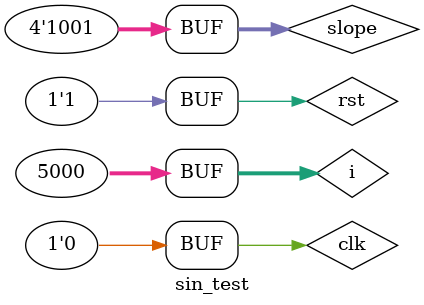
<source format=v>
`timescale 1ns / 1ps


module sin_test;

	// Inputs
	reg clk;
	reg rst;
	reg [3:0] slope;

	// Outputs
	wire [10:0] sin_x;
	wire [10:0] sin_y;

	// Instantiate the Unit Under Test (UUT)
	solve_sin uut (
		.clk(clk), 
		.rst(rst), 
		.slope(slope), 
		.sin_x(sin_x), 
		.sin_y(sin_y)
	);

	integer i;
	initial begin
		// Initialize Inputs
		clk = 0;
		rst = 0;
		slope = 0;
		rst = 1;
		// Wait 100 ns for global reset to finish
		#100;
		for(i=0;i<5000;i=i+1)begin
			clk = ~clk;
			#5;
			// test positive move
			if(i==100)begin
				slope = 4'b0101;
			end
			// test negative move
			if(i==120)begin
				slope = 4'b1010;
			end
			// test collision
			if(i==140)begin
				slope = 4'b1101;
			end
			if(i==150)begin
				slope = 4'b0;
			end
			// test overflow
			if(i==160)begin
				slope = 4'b1001;
			end
		end
        
		// Add stimulus here

	end
      
endmodule


</source>
